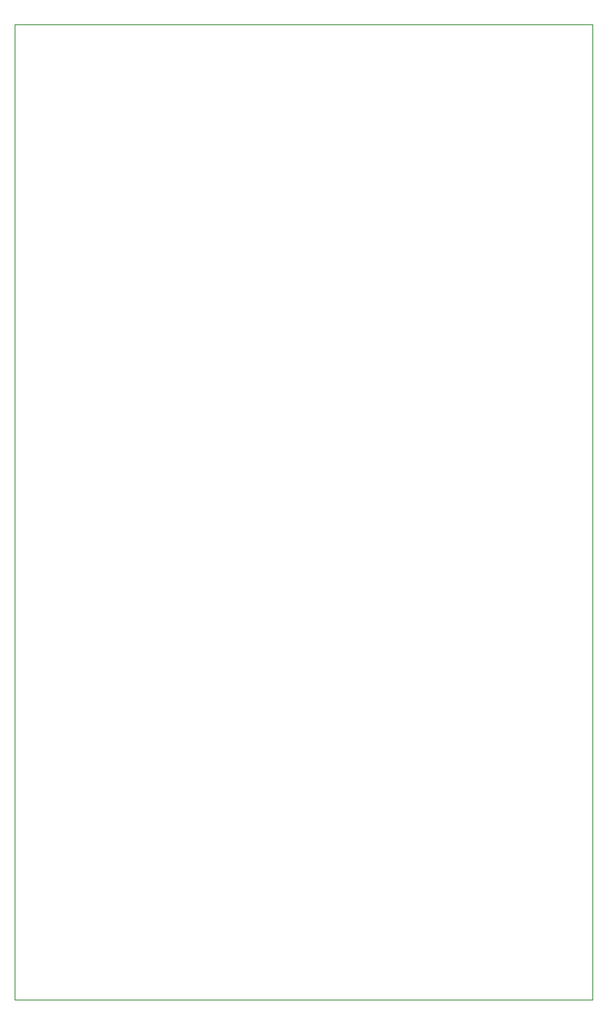
<source format=gbr>
G04*
G04 #@! TF.GenerationSoftware,Altium Limited,Altium Designer,24.1.2 (44)*
G04*
G04 Layer_Color=0*
%FSLAX44Y44*%
%MOMM*%
G71*
G04*
G04 #@! TF.SameCoordinates,DC8CE985-C91A-4BCA-97F7-030060148ACE*
G04*
G04*
G04 #@! TF.FilePolarity,Positive*
G04*
G01*
G75*
%ADD35C,0.0254*%
D35*
X326390Y254000D02*
X929640D01*
Y1270000D01*
X326390D01*
Y254000D01*
M02*

</source>
